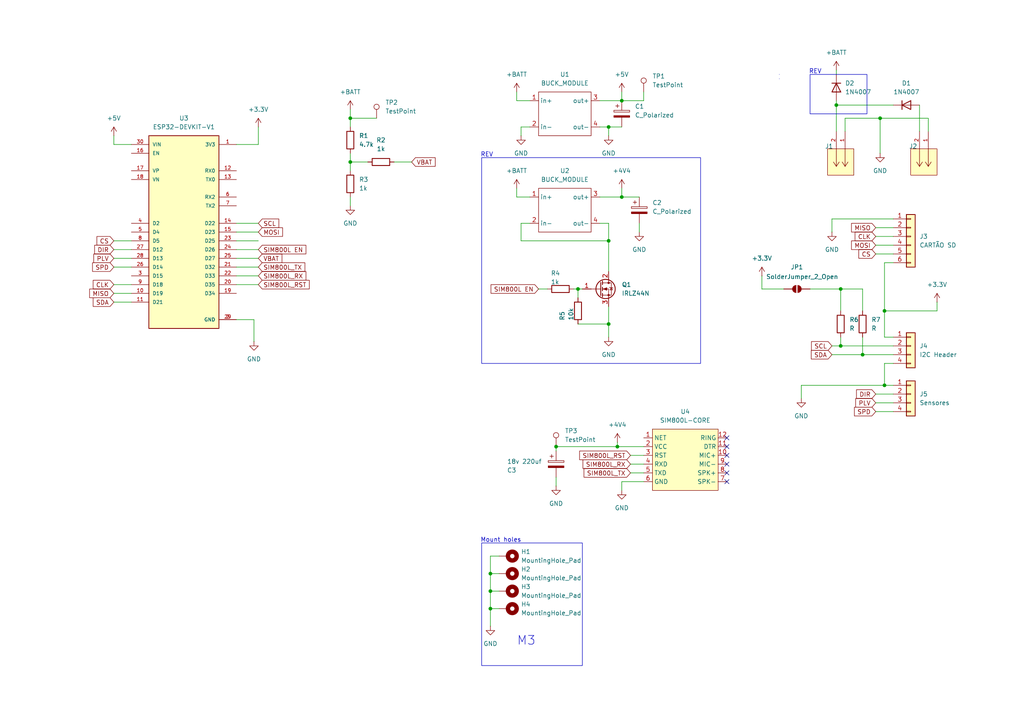
<source format=kicad_sch>
(kicad_sch (version 20231120) (generator "eeschema") (generator_version "8.0")
  (paper "A4")
  (lib_symbols
    (symbol "22053021:22053021" (pin_names (offset 1.016))
      (property "Reference" "J" (at 4.1656 5.3086 0))
      (property "Value" "22053021" (at 4.8006 -1.0414 0))
      (symbol "22053021_0_0"
        (polyline (pts (xy 10.16 -2.54) (xy 5.08 -2.54)) (stroke (width 0.1524)))
        (polyline (pts (xy 10.16 -2.54) (xy 8.89 -3.3782)) (stroke (width 0.1524)))
        (polyline (pts (xy 10.16 -2.54) (xy 8.89 -1.7018)) (stroke (width 0.1524)))
        (polyline (pts (xy 10.16 0) (xy 5.08 0)) (stroke (width 0.1524)))
        (polyline (pts (xy 10.16 0) (xy 8.89 -0.8382)) (stroke (width 0.1524)))
        (polyline (pts (xy 10.16 0) (xy 8.89 0.8382)) (stroke (width 0.1524)))
        (rectangle (start 5.08 -5.08) (end 12.7 2.54) (stroke (width 0.1524)) (fill (type background)))
        (pin passive line (at 0 0 0) (length 5.08) (name "~") (number "1"))
        (pin passive line (at 0 -2.54 0) (length 5.08) (name "~") (number "2"))
      )
    )
    (symbol "Connector:TestPoint" (pin_numbers hide) (pin_names (offset 0.762) hide)
      (property "Reference" "TP" (at 0 6.858 0))
      (property "Value" "TestPoint" (at 0 5.08 0))
      (symbol "TestPoint_0_1"
        (circle (center 0 3.302) (radius 0.762))
      )
      (symbol "TestPoint_1_1"
        (pin passive line (at 0 0 90) (length 2.54) (name "1") (number "1"))
      )
    )
    (symbol "Connector_Generic:Conn_01x04" (pin_names (offset 1.016) hide)
      (property "Reference" "J" (at 0 5.08 0))
      (property "Value" "Conn_01x04" (at 0 -7.62 0))
      (symbol "Conn_01x04_1_1"
        (rectangle (start -1.27 -4.953) (end 0 -5.207) (stroke (width 0.1524)))
        (rectangle (start -1.27 -2.413) (end 0 -2.667) (stroke (width 0.1524)))
        (rectangle (start -1.27 0.127) (end 0 -0.127) (stroke (width 0.1524)))
        (rectangle (start -1.27 2.667) (end 0 2.413) (stroke (width 0.1524)))
        (rectangle (start -1.27 3.81) (end 1.27 -6.35) (stroke (width 0.254)) (fill (type background)))
        (pin passive line (at -5.08 2.54 0) (length 3.81) (name "Pin_1") (number "1"))
        (pin passive line (at -5.08 0 0) (length 3.81) (name "Pin_2") (number "2"))
        (pin passive line (at -5.08 -2.54 0) (length 3.81) (name "Pin_3") (number "3"))
        (pin passive line (at -5.08 -5.08 0) (length 3.81) (name "Pin_4") (number "4"))
      )
    )
    (symbol "Connector_Generic:Conn_01x06" (pin_names (offset 1.016) hide)
      (property "Reference" "J" (at 0 7.62 0))
      (property "Value" "Conn_01x06" (at 0 -10.16 0))
      (symbol "Conn_01x06_1_1"
        (rectangle (start -1.27 -7.493) (end 0 -7.747) (stroke (width 0.1524)))
        (rectangle (start -1.27 -4.953) (end 0 -5.207) (stroke (width 0.1524)))
        (rectangle (start -1.27 -2.413) (end 0 -2.667) (stroke (width 0.1524)))
        (rectangle (start -1.27 0.127) (end 0 -0.127) (stroke (width 0.1524)))
        (rectangle (start -1.27 2.667) (end 0 2.413) (stroke (width 0.1524)))
        (rectangle (start -1.27 5.207) (end 0 4.953) (stroke (width 0.1524)))
        (rectangle (start -1.27 6.35) (end 1.27 -8.89) (stroke (width 0.254)) (fill (type background)))
        (pin passive line (at -5.08 5.08 0) (length 3.81) (name "Pin_1") (number "1"))
        (pin passive line (at -5.08 2.54 0) (length 3.81) (name "Pin_2") (number "2"))
        (pin passive line (at -5.08 0 0) (length 3.81) (name "Pin_3") (number "3"))
        (pin passive line (at -5.08 -2.54 0) (length 3.81) (name "Pin_4") (number "4"))
        (pin passive line (at -5.08 -5.08 0) (length 3.81) (name "Pin_5") (number "5"))
        (pin passive line (at -5.08 -7.62 0) (length 3.81) (name "Pin_6") (number "6"))
      )
    )
    (symbol "Device:C_Polarized" (pin_numbers hide) (pin_names (offset 0.254))
      (property "Reference" "C" (at 0.635 2.54 0))
      (property "Value" "C_Polarized" (at 0.635 -2.54 0))
      (symbol "C_Polarized_0_1"
        (rectangle (start -2.286 0.508) (end 2.286 1.016))
        (polyline (pts (xy -1.778 2.286) (xy -0.762 2.286)))
        (polyline (pts (xy -1.27 2.794) (xy -1.27 1.778)))
        (rectangle (start 2.286 -0.508) (end -2.286 -1.016) (fill (type outline)))
      )
      (symbol "C_Polarized_1_1"
        (pin passive line (at 0 3.81 270) (length 2.794) (name "~") (number "1"))
        (pin passive line (at 0 -3.81 90) (length 2.794) (name "~") (number "2"))
      )
    )
    (symbol "Device:R" (pin_numbers hide) (pin_names (offset 0))
      (property "Reference" "R" (at 2.032 0 90))
      (property "Value" "R" (at 0 0 90))
      (symbol "R_0_1"
        (rectangle (start -1.016 -2.54) (end 1.016 2.54) (stroke (width 0.254)))
      )
      (symbol "R_1_1"
        (pin passive line (at 0 3.81 270) (length 1.27) (name "~") (number "1"))
        (pin passive line (at 0 -3.81 90) (length 1.27) (name "~") (number "2"))
      )
    )
    (symbol "Diode:1N4007" (pin_numbers hide) (pin_names hide)
      (property "Reference" "D" (at 0 2.54 0))
      (property "Value" "1N4007" (at 0 -2.54 0))
      (symbol "1N4007_0_1"
        (polyline (pts (xy -1.27 1.27) (xy -1.27 -1.27)) (stroke (width 0.254)))
        (polyline (pts (xy 1.27 0) (xy -1.27 0)))
        (polyline (pts (xy 1.27 1.27) (xy 1.27 -1.27) (xy -1.27 0) (xy 1.27 1.27)) (stroke (width 0.254)))
      )
      (symbol "1N4007_1_1"
        (pin passive line (at -3.81 0 0) (length 2.54) (name "K") (number "1"))
        (pin passive line (at 3.81 0 180) (length 2.54) (name "A") (number "2"))
      )
    )
    (symbol "ESP32-DEVKIT-V1:ESP32-DEVKIT-V1" (pin_names (offset 1.016))
      (property "Reference" "U" (at -10.16 30.48 0))
      (property "Value" "ESP32-DEVKIT-V1" (at -10.16 -30.48 0))
      (symbol "ESP32-DEVKIT-V1_0_0"
        (rectangle (start -10.16 -27.94) (end 10.16 27.94) (stroke (width 0.254)) (fill (type background)))
        (pin output line (at 15.24 25.4 180) (length 5.08) (name "3V3") (number "1"))
        (pin bidirectional line (at -15.24 -17.78 0) (length 5.08) (name "D19") (number "10"))
        (pin bidirectional line (at -15.24 -20.32 0) (length 5.08) (name "D21") (number "11"))
        (pin input line (at 15.24 17.78 180) (length 5.08) (name "RX0") (number "12"))
        (pin output line (at 15.24 15.24 180) (length 5.08) (name "TX0") (number "13"))
        (pin bidirectional line (at 15.24 2.54 180) (length 5.08) (name "D22") (number "14"))
        (pin bidirectional line (at 15.24 0 180) (length 5.08) (name "D23") (number "15"))
        (pin input line (at -15.24 22.86 0) (length 5.08) (name "EN") (number "16"))
        (pin bidirectional line (at -15.24 17.78 0) (length 5.08) (name "VP") (number "17"))
        (pin bidirectional line (at -15.24 15.24 0) (length 5.08) (name "VN") (number "18"))
        (pin bidirectional line (at 15.24 -17.78 180) (length 5.08) (name "D34") (number "19"))
        (pin power_in line (at 15.24 -25.4 180) (length 5.08) (name "GND") (number "2"))
        (pin bidirectional line (at 15.24 -15.24 180) (length 5.08) (name "D35") (number "20"))
        (pin bidirectional line (at 15.24 -10.16 180) (length 5.08) (name "D32") (number "21"))
        (pin bidirectional line (at 15.24 -12.7 180) (length 5.08) (name "D33") (number "22"))
        (pin bidirectional line (at 15.24 -2.54 180) (length 5.08) (name "D25") (number "23"))
        (pin bidirectional line (at 15.24 -5.08 180) (length 5.08) (name "D26") (number "24"))
        (pin bidirectional line (at 15.24 -7.62 180) (length 5.08) (name "D27") (number "25"))
        (pin bidirectional line (at -15.24 -10.16 0) (length 5.08) (name "D14") (number "26"))
        (pin bidirectional line (at -15.24 -5.08 0) (length 5.08) (name "D12") (number "27"))
        (pin bidirectional line (at -15.24 -7.62 0) (length 5.08) (name "D13") (number "28"))
        (pin power_in line (at 15.24 -25.4 180) (length 5.08) (name "GND") (number "29"))
        (pin bidirectional line (at -15.24 -12.7 0) (length 5.08) (name "D15") (number "3"))
        (pin input line (at -15.24 25.4 0) (length 5.08) (name "VIN") (number "30"))
        (pin bidirectional line (at -15.24 2.54 0) (length 5.08) (name "D2") (number "4"))
        (pin bidirectional line (at -15.24 0 0) (length 5.08) (name "D4") (number "5"))
        (pin input line (at 15.24 10.16 180) (length 5.08) (name "RX2") (number "6"))
        (pin output line (at 15.24 7.62 180) (length 5.08) (name "TX2") (number "7"))
        (pin bidirectional line (at -15.24 -2.54 0) (length 5.08) (name "D5") (number "8"))
        (pin bidirectional line (at -15.24 -15.24 0) (length 5.08) (name "D18") (number "9"))
      )
    )
    (symbol "Jumper:SolderJumper_2_Open" (pin_numbers hide) (pin_names (offset 0) hide) (exclude_from_sim yes) (in_bom no)
      (property "Reference" "JP" (at 0 2.032 0))
      (property "Value" "SolderJumper_2_Open" (at 0 -2.54 0))
      (symbol "SolderJumper_2_Open_0_1"
        (arc (start -0.254 1.016) (mid -1.2656 0) (end -0.254 -1.016))
        (arc (start -0.254 1.016) (mid -1.2656 0) (end -0.254 -1.016) (fill (type outline)))
        (polyline (pts (xy -0.254 1.016) (xy -0.254 -1.016)))
        (polyline (pts (xy 0.254 1.016) (xy 0.254 -1.016)))
        (arc (start 0.254 -1.016) (mid 1.2656 0) (end 0.254 1.016))
        (arc (start 0.254 -1.016) (mid 1.2656 0) (end 0.254 1.016) (fill (type outline)))
      )
      (symbol "SolderJumper_2_Open_1_1"
        (pin passive line (at -3.81 0 0) (length 2.54) (name "A") (number "1"))
        (pin passive line (at 3.81 0 180) (length 2.54) (name "B") (number "2"))
      )
    )
    (symbol "MODULE:BUCK_MODULE"
      (property "Reference" "U" (at -7.112 8.636 0))
      (property "Value" "BUCK_MODULE" (at -1.016 -6.35 0))
      (symbol "BUCK_MODULE_0_1"
        (rectangle (start 7.62 7.62) (end -7.62 -5.08))
      )
      (symbol "BUCK_MODULE_1_1"
        (pin input line (at -10.16 5.08 0) (length 2.54) (name "in+") (number "1"))
        (pin input line (at -10.16 -2.54 0) (length 2.54) (name "in-") (number "2"))
        (pin output line (at 10.16 5.08 180) (length 2.54) (name "out+") (number "3"))
        (pin output line (at 10.16 -2.54 180) (length 2.54) (name "out-") (number "4"))
      )
    )
    (symbol "Mechanical:MountingHole_Pad" (pin_numbers hide) (pin_names (offset 1.016) hide) (exclude_from_sim yes) (in_bom no)
      (property "Reference" "H" (at 0 6.35 0))
      (property "Value" "MountingHole_Pad" (at 0 4.445 0))
      (symbol "MountingHole_Pad_0_1"
        (circle (center 0 1.27) (radius 1.27) (stroke (width 1.27)))
      )
      (symbol "MountingHole_Pad_1_1"
        (pin input line (at 0 -2.54 90) (length 2.54) (name "1") (number "1"))
      )
    )
    (symbol "Transistor_FET:IRLZ44N" (pin_names hide)
      (property "Reference" "Q" (at 5.08 1.905 0))
      (property "Value" "IRLZ44N" (at 5.08 0 0))
      (symbol "IRLZ44N_0_1"
        (polyline (pts (xy 0.254 0) (xy -2.54 0)))
        (polyline (pts (xy 0.254 1.905) (xy 0.254 -1.905)) (stroke (width 0.254)))
        (polyline (pts (xy 0.762 -1.27) (xy 0.762 -2.286)) (stroke (width 0.254)))
        (polyline (pts (xy 0.762 0.508) (xy 0.762 -0.508)) (stroke (width 0.254)))
        (polyline (pts (xy 0.762 2.286) (xy 0.762 1.27)) (stroke (width 0.254)))
        (polyline (pts (xy 2.54 2.54) (xy 2.54 1.778)))
        (polyline (pts (xy 2.54 -2.54) (xy 2.54 0) (xy 0.762 0)))
        (polyline (pts (xy 0.762 -1.778) (xy 3.302 -1.778) (xy 3.302 1.778) (xy 0.762 1.778)))
        (polyline (pts (xy 1.016 0) (xy 2.032 0.381) (xy 2.032 -0.381) (xy 1.016 0)) (fill (type outline)))
        (polyline (pts (xy 2.794 0.508) (xy 2.921 0.381) (xy 3.683 0.381) (xy 3.81 0.254)))
        (polyline (pts (xy 3.302 0.381) (xy 2.921 -0.254) (xy 3.683 -0.254) (xy 3.302 0.381)))
        (circle (center 1.651 0) (radius 2.794) (stroke (width 0.254)))
        (circle (center 2.54 -1.778) (radius 0.254) (fill (type outline)))
        (circle (center 2.54 1.778) (radius 0.254) (fill (type outline)))
      )
      (symbol "IRLZ44N_1_1"
        (pin input line (at -5.08 0 0) (length 2.54) (name "G") (number "1"))
        (pin passive line (at 2.54 5.08 270) (length 2.54) (name "D") (number "2"))
        (pin passive line (at 2.54 -5.08 90) (length 2.54) (name "S") (number "3"))
      )
    )
    (symbol "power:+3.3V" (power) (pin_numbers hide) (pin_names (offset 0) hide)
      (property "Value" "+3.3V" (at 0 3.556 0))
      (symbol "+3.3V_0_1"
        (polyline (pts (xy -0.762 1.27) (xy 0 2.54)))
        (polyline (pts (xy 0 0) (xy 0 2.54)))
        (polyline (pts (xy 0 2.54) (xy 0.762 1.27)))
      )
      (symbol "+3.3V_1_1"
        (pin power_in line (at 0 0 90) (length 0) (name "~") (number "1"))
      )
    )
    (symbol "power:+5V" (power) (pin_numbers hide) (pin_names (offset 0) hide)
      (property "Value" "+5V" (at 0 3.556 0))
      (symbol "+5V_0_1"
        (polyline (pts (xy -0.762 1.27) (xy 0 2.54)))
        (polyline (pts (xy 0 0) (xy 0 2.54)))
        (polyline (pts (xy 0 2.54) (xy 0.762 1.27)))
      )
      (symbol "+5V_1_1"
        (pin power_in line (at 0 0 90) (length 0) (name "~") (number "1"))
      )
    )
    (symbol "power:+BATT" (power) (pin_numbers hide) (pin_names (offset 0) hide)
      (property "Value" "+BATT" (at 0 3.556 0))
      (symbol "+BATT_0_1"
        (polyline (pts (xy -0.762 1.27) (xy 0 2.54)))
        (polyline (pts (xy 0 0) (xy 0 2.54)))
        (polyline (pts (xy 0 2.54) (xy 0.762 1.27)))
      )
      (symbol "+BATT_1_1"
        (pin power_in line (at 0 0 90) (length 0) (name "~") (number "1"))
      )
    )
    (symbol "power:GND" (power) (pin_numbers hide) (pin_names (offset 0) hide)
      (property "Value" "GND" (at 0 -3.81 0))
      (symbol "GND_0_1"
        (polyline (pts (xy 0 0) (xy 0 -1.27) (xy 1.27 -1.27) (xy 0 -2.54) (xy -1.27 -1.27) (xy 0 -1.27)))
      )
      (symbol "GND_1_1"
        (pin power_in line (at 0 0 270) (length 0) (name "~") (number "1"))
      )
    )
    (symbol "sim800l-core:SIM800L-CORE"
      (property "Reference" "U" (at -7.62 8.89 0))
      (property "Value" "SIM800L-CORE" (at 0 -12.7 0))
      (symbol "SIM800L-CORE_0_1"
        (rectangle (start -8.89 7.62) (end 10.16 -10.16) (stroke (width 0.1524)) (fill (type background)))
      )
      (symbol "SIM800L-CORE_1_1"
        (pin bidirectional line (at -11.43 5.08 0) (length 2.54) (name "NET") (number "1"))
        (pin output line (at 12.7 0 180) (length 2.54) (name "MIC+") (number "10"))
        (pin passive line (at 12.7 2.54 180) (length 2.54) (name "DTR") (number "11"))
        (pin output line (at 12.7 5.08 180) (length 2.54) (name "RING") (number "12"))
        (pin power_in line (at -11.43 2.54 0) (length 2.54) (name "VCC") (number "2"))
        (pin input line (at -11.43 0 0) (length 2.54) (name "RST") (number "3"))
        (pin input line (at -11.43 -2.54 0) (length 2.54) (name "RXD") (number "4"))
        (pin output line (at -11.43 -5.08 0) (length 2.54) (name "TXD") (number "5"))
        (pin power_in line (at -11.43 -7.62 0) (length 2.54) (name "GND") (number "6"))
        (pin output line (at 12.7 -7.62 180) (length 2.54) (name "SPK-") (number "7"))
        (pin output line (at 12.7 -5.08 180) (length 2.54) (name "SPK+") (number "8"))
        (pin output line (at 12.7 -2.54 180) (length 2.54) (name "MIC-") (number "9"))
      )
    )
  )
  (junction (at 161.29 129.54))
  (junction (at 176.53 36.83))
  (junction (at 101.6 46.99))
  (junction (at 242.57 30.48))
  (junction (at 167.64 83.82))
  (junction (at 179.07 129.54))
  (junction (at 243.84 100.33))
  (junction (at 142.24 166.37))
  (junction (at 180.34 57.15))
  (junction (at 243.84 83.82))
  (junction (at 250.19 102.87))
  (junction (at 176.53 93.98))
  (junction (at 256.54 90.17))
  (junction (at 255.27 34.29))
  (junction (at 142.24 171.45))
  (junction (at 142.24 176.53))
  (junction (at 180.34 29.21))
  (junction (at 256.54 111.76))
  (junction (at 101.6 34.29))
  (junction (at 176.53 69.85))
  (no_connect (at 210.82 127))
  (no_connect (at 210.82 137.16))
  (no_connect (at 210.82 132.08))
  (no_connect (at 210.82 134.62))
  (no_connect (at 210.82 129.54))
  (no_connect (at 210.82 139.7))
  (wire (pts (xy 185.42 64.77) (xy 185.42 67.31)))
  (wire (pts (xy 68.58 82.55) (xy 74.93 82.55)))
  (wire (pts (xy 179.07 129.54) (xy 161.29 129.54)))
  (wire (pts (xy 220.98 83.82) (xy 220.98 80.01)))
  (wire (pts (xy 266.7 30.48) (xy 266.7 38.1)))
  (wire (pts (xy 176.53 64.77) (xy 176.53 69.85)))
  (wire (pts (xy 234.95 83.82) (xy 243.84 83.82)))
  (wire (pts (xy 176.53 88.9) (xy 176.53 93.98)))
  (wire (pts (xy 182.88 132.08) (xy 186.69 132.08)))
  (wire (pts (xy 271.78 87.63) (xy 271.78 90.17)))
  (wire (pts (xy 33.02 77.47) (xy 38.1 77.47)))
  (wire (pts (xy 173.99 57.15) (xy 180.34 57.15)))
  (wire (pts (xy 142.24 166.37) (xy 142.24 171.45)))
  (wire (pts (xy 176.53 69.85) (xy 176.53 78.74)))
  (wire (pts (xy 161.29 129.54) (xy 161.29 130.81)))
  (wire (pts (xy 173.99 36.83) (xy 176.53 36.83)))
  (wire (pts (xy 142.24 176.53) (xy 142.24 181.61)))
  (wire (pts (xy 254 73.66) (xy 259.08 73.66)))
  (wire (pts (xy 259.08 111.76) (xy 256.54 111.76)))
  (wire (pts (xy 101.6 46.99) (xy 106.68 46.99)))
  (wire (pts (xy 144.78 176.53) (xy 142.24 176.53)))
  (wire (pts (xy 101.6 57.15) (xy 101.6 59.69)))
  (wire (pts (xy 173.99 29.21) (xy 180.34 29.21)))
  (wire (pts (xy 250.19 102.87) (xy 259.08 102.87)))
  (wire (pts (xy 243.84 83.82) (xy 243.84 90.17)))
  (wire (pts (xy 186.69 26.67) (xy 186.69 29.21)))
  (wire (pts (xy 33.02 74.93) (xy 38.1 74.93)))
  (wire (pts (xy 33.02 85.09) (xy 38.1 85.09)))
  (wire (pts (xy 269.24 38.1) (xy 269.24 34.29)))
  (wire (pts (xy 33.02 69.85) (xy 38.1 69.85)))
  (wire (pts (xy 259.08 30.48) (xy 242.57 30.48)))
  (wire (pts (xy 245.11 34.29) (xy 245.11 38.1)))
  (wire (pts (xy 242.57 30.48) (xy 242.57 38.1)))
  (wire (pts (xy 167.64 83.82) (xy 167.64 86.36)))
  (wire (pts (xy 156.21 83.82) (xy 158.75 83.82)))
  (wire (pts (xy 254 71.12) (xy 259.08 71.12)))
  (wire (pts (xy 101.6 44.45) (xy 101.6 46.99)))
  (wire (pts (xy 149.86 29.21) (xy 149.86 26.67)))
  (wire (pts (xy 176.53 97.79) (xy 176.53 93.98)))
  (wire (pts (xy 269.24 34.29) (xy 255.27 34.29)))
  (wire (pts (xy 185.42 57.15) (xy 180.34 57.15)))
  (wire (pts (xy 151.13 69.85) (xy 176.53 69.85)))
  (wire (pts (xy 232.41 111.76) (xy 232.41 115.57)))
  (wire (pts (xy 241.3 63.5) (xy 241.3 67.31)))
  (wire (pts (xy 241.3 102.87) (xy 250.19 102.87)))
  (wire (pts (xy 33.02 87.63) (xy 38.1 87.63)))
  (wire (pts (xy 173.99 64.77) (xy 176.53 64.77)))
  (wire (pts (xy 151.13 36.83) (xy 151.13 39.37)))
  (wire (pts (xy 166.37 83.82) (xy 167.64 83.82)))
  (wire (pts (xy 149.86 29.21) (xy 153.67 29.21)))
  (wire (pts (xy 101.6 34.29) (xy 101.6 36.83)))
  (wire (pts (xy 33.02 72.39) (xy 38.1 72.39)))
  (wire (pts (xy 254 66.04) (xy 259.08 66.04)))
  (wire (pts (xy 242.57 20.32) (xy 242.57 21.59)))
  (wire (pts (xy 68.58 77.47) (xy 74.93 77.47)))
  (wire (pts (xy 232.41 111.76) (xy 256.54 111.76)))
  (wire (pts (xy 242.57 29.21) (xy 242.57 30.48)))
  (wire (pts (xy 68.58 67.31) (xy 74.93 67.31)))
  (wire (pts (xy 74.93 36.83) (xy 74.93 41.91)))
  (wire (pts (xy 241.3 63.5) (xy 259.08 63.5)))
  (wire (pts (xy 241.3 100.33) (xy 243.84 100.33)))
  (wire (pts (xy 33.02 41.91) (xy 33.02 39.37)))
  (wire (pts (xy 109.22 34.29) (xy 101.6 34.29)))
  (wire (pts (xy 259.08 97.79) (xy 256.54 97.79)))
  (wire (pts (xy 254 119.38) (xy 259.08 119.38)))
  (wire (pts (xy 68.58 69.85) (xy 74.93 69.85)))
  (wire (pts (xy 33.02 82.55) (xy 38.1 82.55)))
  (wire (pts (xy 176.53 36.83) (xy 180.34 36.83)))
  (wire (pts (xy 101.6 31.75) (xy 101.6 34.29)))
  (wire (pts (xy 101.6 46.99) (xy 101.6 49.53)))
  (wire (pts (xy 68.58 72.39) (xy 74.93 72.39)))
  (wire (pts (xy 220.98 83.82) (xy 227.33 83.82)))
  (wire (pts (xy 142.24 171.45) (xy 144.78 171.45)))
  (wire (pts (xy 68.58 64.77) (xy 74.93 64.77)))
  (wire (pts (xy 243.84 83.82) (xy 250.19 83.82)))
  (wire (pts (xy 176.53 36.83) (xy 176.53 39.37)))
  (wire (pts (xy 179.07 129.54) (xy 179.07 128.27)))
  (wire (pts (xy 180.34 26.67) (xy 180.34 29.21)))
  (wire (pts (xy 167.64 93.98) (xy 176.53 93.98)))
  (wire (pts (xy 153.67 64.77) (xy 151.13 64.77)))
  (wire (pts (xy 254 116.84) (xy 259.08 116.84)))
  (wire (pts (xy 186.69 29.21) (xy 180.34 29.21)))
  (wire (pts (xy 259.08 105.41) (xy 256.54 105.41)))
  (wire (pts (xy 254 68.58) (xy 259.08 68.58)))
  (wire (pts (xy 180.34 139.7) (xy 180.34 142.24)))
  (wire (pts (xy 255.27 34.29) (xy 255.27 44.45)))
  (wire (pts (xy 149.86 57.15) (xy 149.86 54.61)))
  (wire (pts (xy 250.19 97.79) (xy 250.19 102.87)))
  (wire (pts (xy 255.27 34.29) (xy 245.11 34.29)))
  (wire (pts (xy 68.58 74.93) (xy 74.93 74.93)))
  (wire (pts (xy 256.54 90.17) (xy 256.54 76.2)))
  (wire (pts (xy 68.58 92.71) (xy 73.66 92.71)))
  (wire (pts (xy 256.54 90.17) (xy 256.54 97.79)))
  (wire (pts (xy 167.64 83.82) (xy 168.91 83.82)))
  (wire (pts (xy 254 114.3) (xy 259.08 114.3)))
  (wire (pts (xy 73.66 92.71) (xy 73.66 99.06)))
  (wire (pts (xy 151.13 64.77) (xy 151.13 69.85)))
  (wire (pts (xy 153.67 36.83) (xy 151.13 36.83)))
  (wire (pts (xy 250.19 83.82) (xy 250.19 90.17)))
  (wire (pts (xy 182.88 134.62) (xy 186.69 134.62)))
  (wire (pts (xy 144.78 161.29) (xy 142.24 161.29)))
  (wire (pts (xy 142.24 166.37) (xy 144.78 166.37)))
  (wire (pts (xy 243.84 97.79) (xy 243.84 100.33)))
  (wire (pts (xy 180.34 54.61) (xy 180.34 57.15)))
  (wire (pts (xy 186.69 129.54) (xy 179.07 129.54)))
  (wire (pts (xy 256.54 105.41) (xy 256.54 111.76)))
  (wire (pts (xy 182.88 137.16) (xy 186.69 137.16)))
  (wire (pts (xy 243.84 100.33) (xy 259.08 100.33)))
  (wire (pts (xy 114.3 46.99) (xy 119.38 46.99)))
  (wire (pts (xy 271.78 90.17) (xy 256.54 90.17)))
  (wire (pts (xy 74.93 41.91) (xy 68.58 41.91)))
  (wire (pts (xy 142.24 161.29) (xy 142.24 166.37)))
  (wire (pts (xy 149.86 57.15) (xy 153.67 57.15)))
  (wire (pts (xy 142.24 171.45) (xy 142.24 176.53)))
  (wire (pts (xy 186.69 139.7) (xy 180.34 139.7)))
  (wire (pts (xy 256.54 76.2) (xy 259.08 76.2)))
  (wire (pts (xy 161.29 138.43) (xy 161.29 140.97)))
  (wire (pts (xy 38.1 41.91) (xy 33.02 41.91)))
  (wire (pts (xy 68.58 80.01) (xy 74.93 80.01)))
  (rectangle (start 234.95 21.59) (end 251.46 33.02))
  (rectangle (start 139.7 45.72) (end 203.2 105.41))
  (rectangle (start 139.7 157.48) (end 168.91 193.04))
  (rectangle (start 226.06 22.86) (end 226.06 22.86))
  (rectangle (start 226.06 21.59) (end 226.06 21.59))
  (text "M3" (at 152.654 185.928 0) (effects (font (size 2.54 2.54))))
  (text "REV\n" (at 141.224 44.958 0) (effects (font (size 1.27 1.27))))
  (text "REV\n" (at 236.474 20.828 0) (effects (font (size 1.27 1.27))))
  (text "Mount holes" (at 145.288 156.718 0) (effects (font (size 1.27 1.27))))
  (global_label "SIM800L_RX" (shape input) (at 74.93 80.01 0) (property "Intersheetrefs" "${INTERSHEET_REFS}" (effects (hide yes))))
  (global_label "SIM800L_RX" (shape input) (at 182.88 134.62 180) (property "Intersheetrefs" "${INTERSHEET_REFS}" (effects (hide yes))))
  (global_label "DIR" (shape input) (at 33.02 72.39 180) (property "Intersheetrefs" "${INTERSHEET_REFS}" (effects (hide yes))))
  (global_label "SIM800L EN" (shape input) (at 74.93 72.39 0) (property "Intersheetrefs" "${INTERSHEET_REFS}" (effects (hide yes))))
  (global_label "CS" (shape input) (at 254 73.66 180) (property "Intersheetrefs" "${INTERSHEET_REFS}" (effects (hide yes))))
  (global_label "SDA" (shape input) (at 241.3 102.87 180) (property "Intersheetrefs" "${INTERSHEET_REFS}" (effects (hide yes))))
  (global_label "SIM800L_RST" (shape input) (at 182.88 132.08 180) (property "Intersheetrefs" "${INTERSHEET_REFS}" (effects (hide yes))))
  (global_label "CLK" (shape input) (at 33.02 82.55 180) (property "Intersheetrefs" "${INTERSHEET_REFS}" (effects (hide yes))))
  (global_label "SIM800L_TX" (shape input) (at 182.88 137.16 180) (property "Intersheetrefs" "${INTERSHEET_REFS}" (effects (hide yes))))
  (global_label "VBAT" (shape input) (at 119.38 46.99 0) (property "Intersheetrefs" "${INTERSHEET_REFS}" (effects (hide yes))))
  (global_label "MISO" (shape input) (at 33.02 85.09 180) (property "Intersheetrefs" "${INTERSHEET_REFS}" (effects (hide yes))))
  (global_label "CS" (shape input) (at 33.02 69.85 180) (property "Intersheetrefs" "${INTERSHEET_REFS}" (effects (hide yes))))
  (global_label "MOSI" (shape input) (at 74.93 67.31 0) (property "Intersheetrefs" "${INTERSHEET_REFS}" (effects (hide yes))))
  (global_label "SIM800L_TX" (shape input) (at 74.93 77.47 0) (property "Intersheetrefs" "${INTERSHEET_REFS}" (effects (hide yes))))
  (global_label "MOSI" (shape input) (at 254 71.12 180) (property "Intersheetrefs" "${INTERSHEET_REFS}" (effects (hide yes))))
  (global_label "SCL" (shape input) (at 241.3 100.33 180) (property "Intersheetrefs" "${INTERSHEET_REFS}" (effects (hide yes))))
  (global_label "PLV" (shape input) (at 33.02 74.93 180) (property "Intersheetrefs" "${INTERSHEET_REFS}" (effects (hide yes))))
  (global_label "VBAT" (shape input) (at 74.93 74.93 0) (property "Intersheetrefs" "${INTERSHEET_REFS}" (effects (hide yes))))
  (global_label "PLV" (shape input) (at 254 116.84 180) (property "Intersheetrefs" "${INTERSHEET_REFS}" (effects (hide yes))))
  (global_label "SCL" (shape input) (at 74.93 64.77 0) (property "Intersheetrefs" "${INTERSHEET_REFS}" (effects (hide yes))))
  (global_label "SPD" (shape input) (at 254 119.38 180) (property "Intersheetrefs" "${INTERSHEET_REFS}" (effects (hide yes))))
  (global_label "CLK" (shape input) (at 254 68.58 180) (property "Intersheetrefs" "${INTERSHEET_REFS}" (effects (hide yes))))
  (global_label "SDA" (shape input) (at 33.02 87.63 180) (property "Intersheetrefs" "${INTERSHEET_REFS}" (effects (hide yes))))
  (global_label "SIM800L EN" (shape input) (at 156.21 83.82 180) (property "Intersheetrefs" "${INTERSHEET_REFS}" (effects (hide yes))))
  (global_label "DIR" (shape input) (at 254 114.3 180) (property "Intersheetrefs" "${INTERSHEET_REFS}" (effects (hide yes))))
  (global_label "SPD" (shape input) (at 33.02 77.47 180) (property "Intersheetrefs" "${INTERSHEET_REFS}" (effects (hide yes))))
  (global_label "MISO" (shape input) (at 254 66.04 180) (property "Intersheetrefs" "${INTERSHEET_REFS}" (effects (hide yes))))
  (global_label "SIM800L_RST" (shape input) (at 74.93 82.55 0) (property "Intersheetrefs" "${INTERSHEET_REFS}" (effects (hide yes))))
  (symbol (lib_id "Device:R") (at 162.56 83.82 270) (unit 1)
    (property "Reference" "R4" (at 159.766 79.248 90) (effects (justify left)))
    (property "Value" "1k" (at 159.766 81.788 90) (effects (justify left)))
    (property "Footprint" "Resistor_THT:R_Axial_DIN0207_L6.3mm_D2.5mm_P7.62mm_Horizontal" (effects (hide yes)))
    (property "Description" "Resistor" (effects (hide yes)))
  )
  (symbol (lib_id "Connector:TestPoint") (at 186.69 26.67 0) (unit 1)
    (property "Reference" "TP1" (at 189.23 22.0979 0) (effects (justify left)))
    (property "Value" "TestPoint" (at 189.23 24.6379 0) (effects (justify left)))
    (property "Footprint" "TestPoint:TestPoint_Pad_D2.0mm" (effects (hide yes)))
    (property "Description" "test point" (effects (hide yes)))
  )
  (symbol (lib_id "Device:R") (at 243.84 93.98 0) (unit 1)
    (property "Reference" "R6" (at 246.38 92.7099 0) (effects (justify left)))
    (property "Value" "R" (at 246.38 95.2499 0) (effects (justify left)))
    (property "Footprint" "Resistor_THT:R_Axial_DIN0207_L6.3mm_D2.5mm_P7.62mm_Horizontal" (effects (hide yes)))
    (property "Description" "Resistor" (effects (hide yes)))
  )
  (symbol (lib_id "Connector_Generic:Conn_01x04") (at 264.16 100.33 0) (unit 1)
    (property "Reference" "J4" (at 266.7 100.3299 0) (effects (justify left)))
    (property "Value" "I2C Header" (at 266.7 102.8699 0) (effects (justify left)))
    (property "Footprint" "Connector_Molex:Molex_KK-254_AE-6410-04A_1x04_P2.54mm_Vertical" (effects (hide yes)))
    (property "Description" "Generic connector, single row, 01x04, script generated (kicad-library-utils/schlib/autogen/connector/)" (effects (hide yes)))
  )
  (symbol (lib_id "power:+5V") (at 180.34 54.61 0) (unit 1)
    (property "Reference" "#PWR011" (effects (hide yes)))
    (property "Value" "+4V4" (at 180.34 49.53 0))
    (property "Description" "Power symbol creates a global label with name \"+5V\"" (effects (hide yes)))
  )
  (symbol (lib_id "power:+BATT") (at 101.6 31.75 0) (unit 1)
    (property "Reference" "#PWR04" (effects (hide yes)))
    (property "Value" "+BATT" (at 101.6 26.67 0))
    (property "Description" "Power symbol creates a global label with name \"+BATT\"" (effects (hide yes)))
  )
  (symbol (lib_id "Device:C_Polarized") (at 180.34 33.02 0) (unit 1)
    (property "Reference" "C1" (at 184.15 30.8609 0) (effects (justify left)))
    (property "Value" "C_Polarized" (at 184.15 33.4009 0) (effects (justify left)))
    (property "Footprint" "Capacitor_THT:C_Disc_D4.7mm_W2.5mm_P5.00mm" (effects (hide yes)))
    (property "Description" "Polarized capacitor" (effects (hide yes)))
  )
  (symbol (lib_id "Transistor_FET:IRLZ44N") (at 173.99 83.82 0) (unit 1)
    (property "Reference" "Q1" (at 180.34 82.5499 0) (effects (justify left)))
    (property "Value" "IRLZ44N" (at 180.34 85.0899 0) (effects (justify left)))
    (property "Footprint" "Package_TO_SOT_THT:TO-220-3_Vertical" (effects (hide yes)))
    (property "Datasheet" "http://www.irf.com/product-info/datasheets/data/irlz44n.pdf" (effects (hide yes)))
    (property "Description" "47A Id, 55V Vds, 22mOhm Rds Single N-Channel HEXFET Power MOSFET, TO-220AB" (effects (hide yes)))
  )
  (symbol (lib_id "Device:R") (at 110.49 46.99 90) (unit 1)
    (property "Reference" "R2" (at 110.49 40.64 90))
    (property "Value" "1k" (at 110.49 43.18 90))
    (property "Footprint" "Resistor_THT:R_Axial_DIN0207_L6.3mm_D2.5mm_P7.62mm_Horizontal" (effects (hide yes)))
    (property "Description" "Resistor" (effects (hide yes)))
  )
  (symbol (lib_id "Mechanical:MountingHole_Pad") (at 147.32 161.29 270) (unit 1) (exclude_from_sim yes) (in_bom no)
    (property "Reference" "H1" (at 151.13 160.0199 90) (effects (justify left)))
    (property "Value" "MountingHole_Pad" (at 151.13 162.5599 90) (effects (justify left)))
    (property "Footprint" "MountingHole:MountingHole_3.2mm_M3_Pad_TopBottom" (effects (hide yes)))
    (property "Description" "Mounting Hole with connection" (effects (hide yes)))
  )
  (symbol (lib_id "power:+BATT") (at 242.57 20.32 0) (unit 1)
    (property "Reference" "#PWR03" (effects (hide yes)))
    (property "Value" "+BATT" (at 242.57 15.24 0))
    (property "Description" "Power symbol creates a global label with name \"+BATT\"" (effects (hide yes)))
  )
  (symbol (lib_id "Device:R") (at 250.19 93.98 0) (unit 1)
    (property "Reference" "R7" (at 252.73 92.7099 0) (effects (justify left)))
    (property "Value" "R" (at 252.73 95.2499 0) (effects (justify left)))
    (property "Footprint" "Resistor_THT:R_Axial_DIN0207_L6.3mm_D2.5mm_P7.62mm_Horizontal" (effects (hide yes)))
    (property "Description" "Resistor" (effects (hide yes)))
  )
  (symbol (lib_id "22053021:22053021") (at 245.11 38.1 270) (unit 1)
    (property "Reference" "J1" (at 239.268 42.418 90) (effects (justify left)))
    (property "Value" "22053021" (effects (hide yes)))
    (property "Footprint" "Connector_Molex:Molex_KK-254_AE-6410-02A_1x02_P2.54mm_Vertical" (effects (hide yes)))
    (property "MF" "Molex" (effects (hide yes)))
    (property "Description_1" "\n                        \n                            Conn Wire to Board HDR 2 POS 2.54mm Solder RA Side Entry Thru-Hole KK® Bag\n                        \n" (effects (hide yes)))
    (property "Package" "None" (effects (hide yes)))
    (property "Price" "None" (effects (hide yes)))
    (property "Check_prices" "https://www.snapeda.com/parts/22053021/Molex/view-part/?ref=eda" (effects (hide yes)))
    (property "Availability" "In Stock" (effects (hide yes)))
    (property "SnapEDA_Link" "https://www.snapeda.com/parts/22053021/Molex/view-part/?ref=snap" (effects (hide yes)))
    (property "MP" "22053021" (effects (hide yes)))
    (property "MFR_NAME" "Molex Connector Corporation" (effects (hide yes)))
    (property "MANUFACTURER_PART_NUMBER" "22053021" (effects (hide yes)))
  )
  (symbol (lib_id "power:GND") (at 180.34 142.24 0) (unit 1)
    (property "Reference" "#PWR022" (effects (hide yes)))
    (property "Value" "GND" (at 180.34 147.32 0))
    (property "Description" "Power symbol creates a global label with name \"GND\" , ground" (effects (hide yes)))
  )
  (symbol (lib_id "MODULE:BUCK_MODULE") (at 163.83 34.29 0) (unit 1)
    (property "Reference" "U1" (at 163.83 21.59 0))
    (property "Value" "BUCK_MODULE" (at 163.83 24.13 0))
    (property "Footprint" "LIB_PROJ:BUCK lm2596 Modulo" (effects (hide yes)))
  )
  (symbol (lib_id "power:GND") (at 73.66 99.06 0) (unit 1)
    (property "Reference" "#PWR018" (effects (hide yes)))
    (property "Value" "GND" (at 73.66 104.14 0))
    (property "Description" "Power symbol creates a global label with name \"GND\" , ground" (effects (hide yes)))
  )
  (symbol (lib_id "power:GND") (at 241.3 67.31 0) (unit 1)
    (property "Reference" "#PWR014" (effects (hide yes)))
    (property "Value" "GND" (at 241.3 72.39 0))
    (property "Description" "Power symbol creates a global label with name \"GND\" , ground" (effects (hide yes)))
  )
  (symbol (lib_id "power:GND") (at 142.24 181.61 0) (unit 1)
    (property "Reference" "#PWR023" (effects (hide yes)))
    (property "Value" "GND" (at 142.24 186.69 0))
    (property "Description" "Power symbol creates a global label with name \"GND\" , ground" (effects (hide yes)))
  )
  (symbol (lib_id "power:+BATT") (at 149.86 26.67 0) (unit 1)
    (property "Reference" "#PWR01" (effects (hide yes)))
    (property "Value" "+BATT" (at 149.86 21.59 0))
    (property "Description" "Power symbol creates a global label with name \"+BATT\"" (effects (hide yes)))
  )
  (symbol (lib_id "power:+5V") (at 179.07 128.27 0) (unit 1)
    (property "Reference" "#PWR020" (effects (hide yes)))
    (property "Value" "+4V4" (at 179.07 123.19 0))
    (property "Description" "Power symbol creates a global label with name \"+5V\"" (effects (hide yes)))
  )
  (symbol (lib_id "power:GND") (at 176.53 97.79 0) (unit 1)
    (property "Reference" "#PWR017" (effects (hide yes)))
    (property "Value" "GND" (at 176.53 102.87 0))
    (property "Description" "Power symbol creates a global label with name \"GND\" , ground" (effects (hide yes)))
  )
  (symbol (lib_id "power:+BATT") (at 149.86 54.61 0) (unit 1)
    (property "Reference" "#PWR010" (effects (hide yes)))
    (property "Value" "+BATT" (at 149.86 49.53 0))
    (property "Description" "Power symbol creates a global label with name \"+BATT\"" (effects (hide yes)))
  )
  (symbol (lib_id "ESP32-DEVKIT-V1:ESP32-DEVKIT-V1") (at 53.34 67.31 0) (unit 1)
    (property "Reference" "U3" (at 53.34 34.29 0))
    (property "Value" "ESP32-DEVKIT-V1" (at 53.34 36.83 0))
    (property "Footprint" "ESP32-DEVKIT-V1:MODULE_ESP32_DEVKIT_V1" (effects (hide yes)))
    (property "MF" "Do it" (effects (hide yes)))
    (property "MAXIMUM_PACKAGE_HEIGHT" "6.8 mm" (effects (hide yes)))
    (property "Package" "None" (effects (hide yes)))
    (property "Price" "None" (effects (hide yes)))
    (property "Check_prices" "https://www.snapeda.com/parts/ESP32-DEVKIT-V1/Do+it/view-part/?ref=eda" (effects (hide yes)))
    (property "STANDARD" "Manufacturer Recommendations" (effects (hide yes)))
    (property "PARTREV" "N/A" (effects (hide yes)))
    (property "SnapEDA_Link" "https://www.snapeda.com/parts/ESP32-DEVKIT-V1/Do+it/view-part/?ref=snap" (effects (hide yes)))
    (property "MP" "ESP32-DEVKIT-V1" (effects (hide yes)))
    (property "Description_1" "\n                        \n                            Dual core, Wi-Fi: 2.4 GHz up to 150 Mbits/s,BLE (Bluetooth Low Energy) and legacy Bluetooth, 32 bits, Up to 240 MHz\n                        \n" (effects (hide yes)))
    (property "Availability" "Not in stock" (effects (hide yes)))
    (property "MANUFACTURER" "DOIT" (effects (hide yes)))
  )
  (symbol (lib_id "power:+5V") (at 180.34 26.67 0) (unit 1)
    (property "Reference" "#PWR02" (effects (hide yes)))
    (property "Value" "+5V" (at 180.34 21.59 0))
    (property "Description" "Power symbol creates a global label with name \"+5V\"" (effects (hide yes)))
  )
  (symbol (lib_id "power:+3.3V") (at 74.93 36.83 0) (unit 1)
    (property "Reference" "#PWR05" (effects (hide yes)))
    (property "Value" "+3.3V" (at 74.93 31.75 0))
    (property "Description" "Power symbol creates a global label with name \"+3.3V\"" (effects (hide yes)))
  )
  (symbol (lib_id "Device:R") (at 167.64 90.17 0) (unit 1)
    (property "Reference" "R5" (at 163.068 92.964 90) (effects (justify left)))
    (property "Value" "10k" (at 165.608 92.964 90) (effects (justify left)))
    (property "Footprint" "Resistor_THT:R_Axial_DIN0207_L6.3mm_D2.5mm_P7.62mm_Horizontal" (effects (hide yes)))
    (property "Description" "Resistor" (effects (hide yes)))
  )
  (symbol (lib_id "Connector_Generic:Conn_01x06") (at 264.16 68.58 0) (unit 1)
    (property "Reference" "J3" (at 266.7 68.5799 0) (effects (justify left)))
    (property "Value" "CARTÃO SD" (at 266.7 71.1199 0) (effects (justify left)))
    (property "Footprint" "Connector_PinSocket_2.54mm:PinSocket_1x06_P2.54mm_Vertical" (effects (hide yes)))
    (property "Description" "Generic connector, single row, 01x06, script generated (kicad-library-utils/schlib/autogen/connector/)" (effects (hide yes)))
  )
  (symbol (lib_id "power:GND") (at 101.6 59.69 0) (unit 1)
    (property "Reference" "#PWR012" (effects (hide yes)))
    (property "Value" "GND" (at 101.6 64.77 0))
    (property "Description" "Power symbol creates a global label with name \"GND\" , ground" (effects (hide yes)))
  )
  (symbol (lib_id "Connector:TestPoint") (at 161.29 129.54 0) (unit 1)
    (property "Reference" "TP3" (at 163.83 124.9679 0) (effects (justify left)))
    (property "Value" "TestPoint" (at 163.83 127.5079 0) (effects (justify left)))
    (property "Footprint" "TestPoint:TestPoint_Pad_D2.0mm" (effects (hide yes)))
    (property "Description" "test point" (effects (hide yes)))
  )
  (symbol (lib_id "power:GND") (at 161.29 140.97 0) (unit 1)
    (property "Reference" "#PWR021" (effects (hide yes)))
    (property "Value" "GND" (at 161.29 146.05 0))
    (property "Description" "Power symbol creates a global label with name \"GND\" , ground" (effects (hide yes)))
  )
  (symbol (lib_id "Diode:1N4007") (at 242.57 25.4 270) (unit 1)
    (property "Reference" "D2" (at 245.11 24.1299 90) (effects (justify left)))
    (property "Value" "1N4007" (at 245.11 26.6699 90) (effects (justify left)))
    (property "Footprint" "Diode_THT:D_DO-41_SOD81_P10.16mm_Horizontal" (effects (hide yes)))
    (property "Datasheet" "http://www.vishay.com/docs/88503/1n4001.pdf" (effects (hide yes)))
    (property "Description" "1000V 1A General Purpose Rectifier Diode, DO-41" (effects (hide yes)))
    (property "Sim.Device" "D" (effects (hide yes)))
    (property "Sim.Pins" "1=K 2=A" (effects (hide yes)))
  )
  (symbol (lib_id "Mechanical:MountingHole_Pad") (at 147.32 176.53 270) (unit 1) (exclude_from_sim yes) (in_bom no)
    (property "Reference" "H4" (at 151.13 175.2599 90) (effects (justify left)))
    (property "Value" "MountingHole_Pad" (at 151.13 177.7999 90) (effects (justify left)))
    (property "Footprint" "MountingHole:MountingHole_3.2mm_M3_Pad_TopBottom" (effects (hide yes)))
    (property "Description" "Mounting Hole with connection" (effects (hide yes)))
  )
  (symbol (lib_id "power:+3.3V") (at 271.78 87.63 0) (unit 1)
    (property "Reference" "#PWR016" (effects (hide yes)))
    (property "Value" "+3.3V" (at 271.78 82.55 0))
    (property "Description" "Power symbol creates a global label with name \"+3.3V\"" (effects (hide yes)))
  )
  (symbol (lib_id "MODULE:BUCK_MODULE") (at 163.83 62.23 0) (unit 1)
    (property "Reference" "U2" (at 163.83 49.53 0))
    (property "Value" "BUCK_MODULE" (at 163.83 52.07 0))
    (property "Footprint" "LIB_PROJ:BUCK lm2596 Modulo" (effects (hide yes)))
  )
  (symbol (lib_id "power:GND") (at 151.13 39.37 0) (unit 1)
    (property "Reference" "#PWR07" (effects (hide yes)))
    (property "Value" "GND" (at 151.13 44.45 0))
    (property "Description" "Power symbol creates a global label with name \"GND\" , ground" (effects (hide yes)))
  )
  (symbol (lib_id "power:+3.3V") (at 220.98 80.01 0) (unit 1)
    (property "Reference" "#PWR015" (effects (hide yes)))
    (property "Value" "+3.3V" (at 220.98 74.93 0))
    (property "Description" "Power symbol creates a global label with name \"+3.3V\"" (effects (hide yes)))
  )
  (symbol (lib_id "Device:R") (at 101.6 53.34 0) (unit 1)
    (property "Reference" "R3" (at 104.14 52.0699 0) (effects (justify left)))
    (property "Value" "1k" (at 104.14 54.6099 0) (effects (justify left)))
    (property "Footprint" "Resistor_THT:R_Axial_DIN0207_L6.3mm_D2.5mm_P7.62mm_Horizontal" (effects (hide yes)))
    (property "Description" "Resistor" (effects (hide yes)))
  )
  (symbol (lib_id "sim800l-core:SIM800L-CORE") (at 198.12 132.08 0) (unit 1)
    (property "Reference" "U4" (at 198.755 119.38 0))
    (property "Value" "SIM800L-CORE" (at 198.755 121.92 0))
    (property "Footprint" "SIM800L-Core-Module-KiCad-Footprint-main:SIM800L-CORE" (effects (hide yes)))
  )
  (symbol (lib_id "Mechanical:MountingHole_Pad") (at 147.32 166.37 270) (unit 1) (exclude_from_sim yes) (in_bom no)
    (property "Reference" "H2" (at 151.13 165.0999 90) (effects (justify left)))
    (property "Value" "MountingHole_Pad" (at 151.13 167.6399 90) (effects (justify left)))
    (property "Footprint" "MountingHole:MountingHole_3.2mm_M3_Pad_TopBottom" (effects (hide yes)))
    (property "Description" "Mounting Hole with connection" (effects (hide yes)))
  )
  (symbol (lib_id "Mechanical:MountingHole_Pad") (at 147.32 171.45 270) (unit 1) (exclude_from_sim yes) (in_bom no)
    (property "Reference" "H3" (at 151.13 170.1799 90) (effects (justify left)))
    (property "Value" "MountingHole_Pad" (at 151.13 172.7199 90) (effects (justify left)))
    (property "Footprint" "MountingHole:MountingHole_3.2mm_M3_Pad_TopBottom" (effects (hide yes)))
    (property "Description" "Mounting Hole with connection" (effects (hide yes)))
  )
  (symbol (lib_id "Jumper:SolderJumper_2_Open") (at 231.14 83.82 0) (unit 1) (exclude_from_sim yes) (in_bom no)
    (property "Reference" "JP1" (at 231.14 77.47 0))
    (property "Value" "SolderJumper_2_Open" (at 232.664 80.264 0))
    (property "Footprint" "Jumper:SolderJumper-2_P1.3mm_Open_Pad1.0x1.5mm" (effects (hide yes)))
    (property "Description" "Solder Jumper, 2-pole, open" (effects (hide yes)))
  )
  (symbol (lib_id "power:GND") (at 255.27 44.45 0) (unit 1)
    (property "Reference" "#PWR09" (effects (hide yes)))
    (property "Value" "GND" (at 255.27 49.53 0))
    (property "Description" "Power symbol creates a global label with name \"GND\" , ground" (effects (hide yes)))
  )
  (symbol (lib_id "Device:C_Polarized") (at 161.29 134.62 0) (unit 1)
    (property "Reference" "C3" (at 147.066 136.398 0) (effects (justify left)))
    (property "Value" "18v 220uf" (at 147.066 133.858 0) (effects (justify left)))
    (property "Footprint" "Capacitor_THT:CP_Radial_D6.3mm_P2.50mm" (effects (hide yes)))
    (property "Description" "Polarized capacitor" (effects (hide yes)))
  )
  (symbol (lib_id "power:+5V") (at 33.02 39.37 0) (unit 1)
    (property "Reference" "#PWR06" (effects (hide yes)))
    (property "Value" "+5V" (at 33.02 34.29 0))
    (property "Description" "Power symbol creates a global label with name \"+5V\"" (effects (hide yes)))
  )
  (symbol (lib_id "Diode:1N4007") (at 262.89 30.48 0) (unit 1)
    (property "Reference" "D1" (at 262.89 24.13 0))
    (property "Value" "1N4007" (at 262.89 26.67 0))
    (property "Footprint" "Diode_THT:D_DO-41_SOD81_P10.16mm_Horizontal" (effects (hide yes)))
    (property "Datasheet" "http://www.vishay.com/docs/88503/1n4001.pdf" (effects (hide yes)))
    (property "Description" "1000V 1A General Purpose Rectifier Diode, DO-41" (effects (hide yes)))
    (property "Sim.Device" "D" (effects (hide yes)))
    (property "Sim.Pins" "1=K 2=A" (effects (hide yes)))
  )
  (symbol (lib_id "22053021:22053021") (at 269.24 38.1 270) (unit 1)
    (property "Reference" "J2" (at 263.652 42.418 90) (effects (justify left)))
    (property "Value" "22053021" (effects (hide yes)))
    (property "Footprint" "Connector_Molex:Molex_KK-254_AE-6410-02A_1x02_P2.54mm_Vertical" (effects (hide yes)))
    (property "MF" "Molex" (effects (hide yes)))
    (property "Description_1" "\n                        \n                            Conn Wire to Board HDR 2 POS 2.54mm Solder RA Side Entry Thru-Hole KK® Bag\n                        \n" (effects (hide yes)))
    (property "Package" "None" (effects (hide yes)))
    (property "Price" "None" (effects (hide yes)))
    (property "Check_prices" "https://www.snapeda.com/parts/22053021/Molex/view-part/?ref=eda" (effects (hide yes)))
    (property "Availability" "In Stock" (effects (hide yes)))
    (property "SnapEDA_Link" "https://www.snapeda.com/parts/22053021/Molex/view-part/?ref=snap" (effects (hide yes)))
    (property "MP" "22053021" (effects (hide yes)))
    (property "MFR_NAME" "Molex Connector Corporation" (effects (hide yes)))
    (property "MANUFACTURER_PART_NUMBER" "22053021" (effects (hide yes)))
  )
  (symbol (lib_id "power:GND") (at 185.42 67.31 0) (unit 1)
    (property "Reference" "#PWR013" (effects (hide yes)))
    (property "Value" "GND" (at 185.42 72.39 0))
    (property "Description" "Power symbol creates a global label with name \"GND\" , ground" (effects (hide yes)))
  )
  (symbol (lib_id "Connector_Generic:Conn_01x04") (at 264.16 114.3 0) (unit 1)
    (property "Reference" "J5" (at 266.7 114.2999 0) (effects (justify left)))
    (property "Value" "Sensores" (at 266.7 116.8399 0) (effects (justify left)))
    (property "Footprint" "Connector_Molex:Molex_KK-254_AE-6410-04A_1x04_P2.54mm_Vertical" (effects (hide yes)))
    (property "Description" "Generic connector, single row, 01x04, script generated (kicad-library-utils/schlib/autogen/connector/)" (effects (hide yes)))
  )
  (symbol (lib_id "Device:R") (at 101.6 40.64 180) (unit 1)
    (property "Reference" "R1" (at 104.14 39.3699 0) (effects (justify right)))
    (property "Value" "4.7k" (at 104.14 41.9099 0) (effects (justify right)))
    (property "Footprint" "Resistor_THT:R_Axial_DIN0207_L6.3mm_D2.5mm_P7.62mm_Horizontal" (effects (hide yes)))
    (property "Description" "Resistor" (effects (hide yes)))
  )
  (symbol (lib_id "Connector:TestPoint") (at 109.22 34.29 0) (unit 1)
    (property "Reference" "TP2" (at 111.76 29.7179 0) (effects (justify left)))
    (property "Value" "TestPoint" (at 111.76 32.2579 0) (effects (justify left)))
    (property "Footprint" "TestPoint:TestPoint_Pad_D2.0mm" (effects (hide yes)))
    (property "Description" "test point" (effects (hide yes)))
  )
  (symbol (lib_id "power:GND") (at 232.41 115.57 0) (unit 1)
    (property "Reference" "#PWR019" (effects (hide yes)))
    (property "Value" "GND" (at 232.41 120.65 0))
    (property "Description" "Power symbol creates a global label with name \"GND\" , ground" (effects (hide yes)))
  )
  (symbol (lib_id "power:GND") (at 176.53 39.37 0) (unit 1)
    (property "Reference" "#PWR08" (effects (hide yes)))
    (property "Value" "GND" (at 176.53 44.45 0))
    (property "Description" "Power symbol creates a global label with name \"GND\" , ground" (effects (hide yes)))
  )
  (symbol (lib_id "Device:C_Polarized") (at 185.42 60.96 0) (unit 1)
    (property "Reference" "C2" (at 189.23 58.8009 0) (effects (justify left)))
    (property "Value" "C_Polarized" (at 189.23 61.3409 0) (effects (justify left)))
    (property "Footprint" "Capacitor_THT:C_Disc_D4.7mm_W2.5mm_P5.00mm" (effects (hide yes)))
    (property "Description" "Polarized capacitor" (effects (hide yes)))
  )
)
</source>
